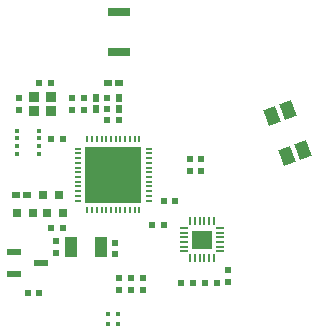
<source format=gbr>
%TF.GenerationSoftware,Altium Limited,Altium Designer,18.0.11 (651)*%
G04 Layer_Color=8421504*
%FSLAX43Y43*%
%MOMM*%
%TF.FileFunction,Paste,Top*%
%TF.Part,Single*%
G01*
G75*
%TA.AperFunction,SMDPad,CuDef*%
G04:AMPARAMS|DCode=11|XSize=1.4mm|YSize=1.05mm|CornerRadius=0mm|HoleSize=0mm|Usage=FLASHONLY|Rotation=110.000|XOffset=0mm|YOffset=0mm|HoleType=Round|Shape=Rectangle|*
%AMROTATEDRECTD11*
4,1,4,0.733,-0.478,-0.254,-0.837,-0.733,0.478,0.254,0.837,0.733,-0.478,0.0*
%
%ADD11ROTATEDRECTD11*%

%ADD12R,4.700X4.700*%
%ADD13O,0.650X0.200*%
%ADD14O,0.200X0.650*%
%ADD15R,0.600X0.500*%
%ADD16R,0.600X0.550*%
%TA.AperFunction,BGAPad,CuDef*%
%ADD17R,0.450X0.450*%
%TA.AperFunction,SMDPad,CuDef*%
%ADD18R,0.950X0.850*%
%ADD19R,0.500X0.600*%
%ADD20R,0.650X0.500*%
%ADD21R,0.500X0.650*%
%ADD23R,0.750X0.800*%
%ADD24R,1.000X1.800*%
%ADD25R,1.150X0.600*%
%ADD26R,0.550X0.600*%
%ADD27R,0.450X0.450*%
%ADD28R,1.700X1.540*%
%ADD29O,0.200X0.700*%
%ADD30O,0.700X0.200*%
%TA.AperFunction,ConnectorPad*%
%ADD31R,1.850X0.800*%
D11*
X16047Y3825D02*
D03*
X14684Y3329D02*
D03*
X13453Y6712D02*
D03*
X14816Y7208D02*
D03*
D12*
X0Y1750D02*
D03*
D13*
X-3025Y-450D02*
D03*
Y-50D02*
D03*
Y350D02*
D03*
Y750D02*
D03*
Y1150D02*
D03*
Y1550D02*
D03*
Y1950D02*
D03*
Y2350D02*
D03*
Y2750D02*
D03*
Y3150D02*
D03*
Y3550D02*
D03*
Y3950D02*
D03*
X3025D02*
D03*
Y3550D02*
D03*
Y3150D02*
D03*
Y2750D02*
D03*
Y2350D02*
D03*
Y1950D02*
D03*
Y1550D02*
D03*
Y1150D02*
D03*
Y750D02*
D03*
Y350D02*
D03*
Y-50D02*
D03*
Y-450D02*
D03*
D14*
X-2200Y4775D02*
D03*
X-1800D02*
D03*
X-1400D02*
D03*
X-1000D02*
D03*
X-600D02*
D03*
X-200D02*
D03*
X200D02*
D03*
X600D02*
D03*
X1000D02*
D03*
X1400D02*
D03*
X1800D02*
D03*
X2200D02*
D03*
Y-1275D02*
D03*
X1800D02*
D03*
X1400D02*
D03*
X1000D02*
D03*
X600D02*
D03*
X200D02*
D03*
X-200D02*
D03*
X-600D02*
D03*
X-1000D02*
D03*
X-1400D02*
D03*
X-1800D02*
D03*
X-2200D02*
D03*
D15*
X4250Y-500D02*
D03*
X5250D02*
D03*
X-4250Y4750D02*
D03*
X-5250D02*
D03*
Y9500D02*
D03*
X-6250D02*
D03*
X-4250Y-2750D02*
D03*
X-5250D02*
D03*
X8750Y-7402D02*
D03*
X7750D02*
D03*
X6750D02*
D03*
X5750D02*
D03*
X500Y6377D02*
D03*
X-500D02*
D03*
D16*
X3250Y-2500D02*
D03*
X4250D02*
D03*
X-7250Y-8250D02*
D03*
X-6250D02*
D03*
D17*
X-6310Y3525D02*
D03*
Y4175D02*
D03*
Y4825D02*
D03*
Y5475D02*
D03*
X-8190Y3525D02*
D03*
Y4175D02*
D03*
Y4825D02*
D03*
Y5475D02*
D03*
D18*
X-6725Y7175D02*
D03*
Y8325D02*
D03*
X-5275D02*
D03*
Y7175D02*
D03*
D19*
X-8000Y7250D02*
D03*
Y8250D02*
D03*
X-500Y7279D02*
D03*
Y8279D02*
D03*
X-2500Y8250D02*
D03*
Y7250D02*
D03*
X-3500Y7250D02*
D03*
Y8250D02*
D03*
X-4823Y-3877D02*
D03*
Y-4877D02*
D03*
X177Y-4000D02*
D03*
Y-5000D02*
D03*
X9750Y-7351D02*
D03*
Y-6351D02*
D03*
D20*
X475Y9500D02*
D03*
X-475D02*
D03*
X-8225Y0D02*
D03*
X-7275D02*
D03*
D21*
X-1500Y8225D02*
D03*
Y7275D02*
D03*
X500Y8254D02*
D03*
Y7304D02*
D03*
D23*
X-5925Y0D02*
D03*
X-4575D02*
D03*
X-4226Y-1500D02*
D03*
X-5576D02*
D03*
X-6825D02*
D03*
X-8175D02*
D03*
D24*
X-3573Y-4402D02*
D03*
X-1073D02*
D03*
D25*
X-8375Y-4800D02*
D03*
Y-6700D02*
D03*
X-6125Y-5750D02*
D03*
D26*
X500Y-7000D02*
D03*
Y-8000D02*
D03*
X1500Y-7000D02*
D03*
Y-8000D02*
D03*
X2500Y-7000D02*
D03*
Y-8000D02*
D03*
X7403Y3069D02*
D03*
Y2069D02*
D03*
X6500Y3069D02*
D03*
Y2069D02*
D03*
D27*
X425Y-10075D02*
D03*
Y-10925D02*
D03*
X-425D02*
D03*
Y-10075D02*
D03*
D28*
X7500Y-3750D02*
D03*
D29*
X6500Y-2200D02*
D03*
X6900D02*
D03*
X7300D02*
D03*
X7700D02*
D03*
X8100D02*
D03*
X8500D02*
D03*
Y-5300D02*
D03*
X8100D02*
D03*
X7700D02*
D03*
X7300D02*
D03*
X6900D02*
D03*
X6500D02*
D03*
D30*
X9050Y-2750D02*
D03*
Y-3150D02*
D03*
Y-3550D02*
D03*
Y-3950D02*
D03*
Y-4350D02*
D03*
Y-4750D02*
D03*
X5950D02*
D03*
Y-4350D02*
D03*
Y-3950D02*
D03*
Y-3550D02*
D03*
Y-3150D02*
D03*
Y-2750D02*
D03*
D31*
X500Y15500D02*
D03*
Y12100D02*
D03*
%TF.MD5,f70f146194515e6360e5240fbbe25739*%
M02*

</source>
